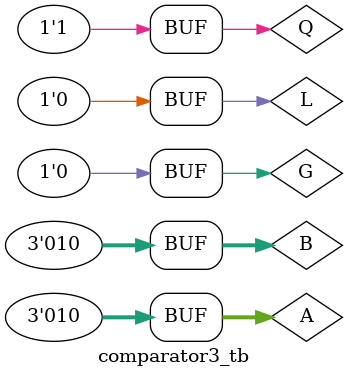
<source format=v>
`timescale 1ns / 1ps


module comparator3_tb;

	// Inputs
	reg [2:0] A;
	reg [2:0] B;
	reg L;
	reg G;
	reg Q;

	// Outputs
	wire Lt;
	wire Eq;
	wire Gt;

	// Instantiate the Unit Under Test (UUT)
	comparator3bits uut (
		.A(A), 
		.B(B), 
		.L(L), 
		.G(G), 
		.Q(Q), 
		.Lt(Lt), 
		.Eq(Eq), 
		.Gt(Gt)
	);

	initial begin
		// Initialize Inputs
		A = 3'b100;
		B = 3'b011;
		L = 0;
		G = 0;
		Q = 1;

		// Wait 100 ns for global reset to finish
		#100;
        
		  
		  
		A = 3'b000;
		B = 3'b011;
		L = 0;
		G = 0;
		Q = 1;

		// Wait 100 ns for global reset to finish
		#100;
		// Add stimulus here
		
		A = 3'b010;
		B = 3'b010;
		L = 0;
		G = 0;
		Q = 1;

		// Wait 100 ns for global reset to finish
		#100;

	end
      
endmodule


</source>
